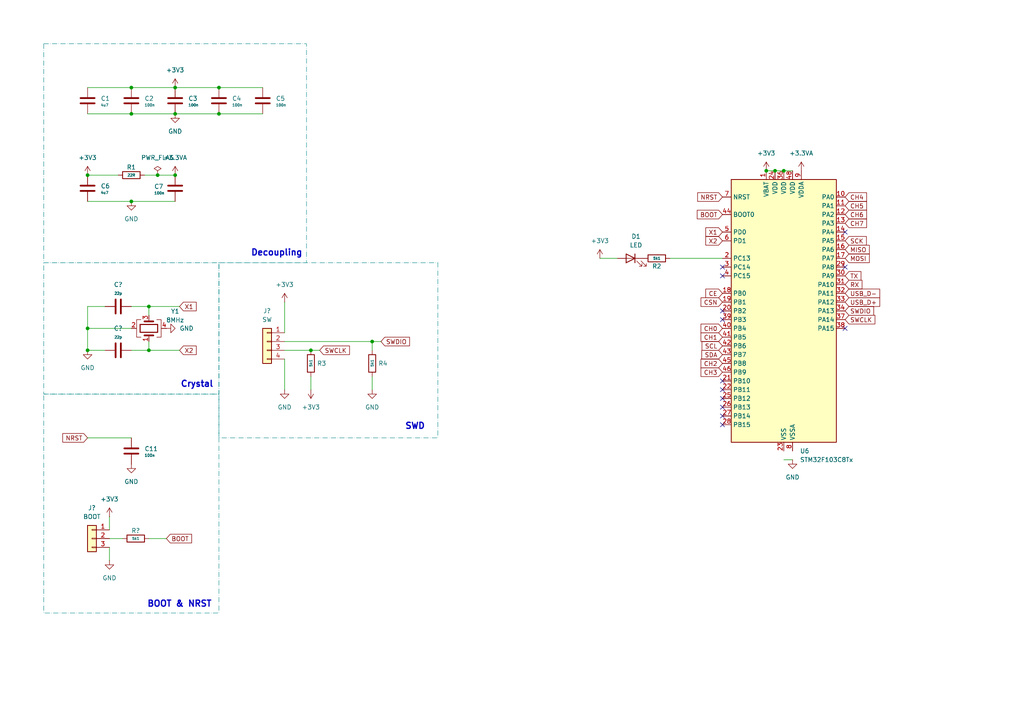
<source format=kicad_sch>
(kicad_sch (version 20250114) (generator "eeschema") (generator_version "9.0")
  (paper "A4")
  (lib_symbols
    (symbol "Connector_Generic:Conn_01x03" (pin_names (offset 1.016) (hide yes))
      (property "Reference" "J" (at 0 5.08 0))
      (property "Value" "Conn_01x03" (at 0 -5.08 0))
      (symbol "Conn_01x03_1_1"
        (rectangle (start -1.27 3.81) (end 1.27 -3.81) (stroke (width 0.254)) (fill (type background)))
        (rectangle (start -1.27 2.667) (end 0 2.413) (stroke (width 0.1524)))
        (rectangle (start -1.27 0.127) (end 0 -0.127) (stroke (width 0.1524)))
        (rectangle (start -1.27 -2.413) (end 0 -2.667) (stroke (width 0.1524)))
        (pin passive line (at -5.08 2.54 0) (length 3.81) (name "Pin_1") (number "1"))
        (pin passive line (at -5.08 0 0) (length 3.81) (name "Pin_2") (number "2"))
        (pin passive line (at -5.08 -2.54 0) (length 3.81) (name "Pin_3") (number "3"))
      )
    )
    (symbol "Connector_Generic:Conn_01x04" (pin_names (offset 1.016) (hide yes))
      (property "Reference" "J" (at 0 5.08 0))
      (property "Value" "Conn_01x04" (at 0 -7.62 0))
      (symbol "Conn_01x04_1_1"
        (rectangle (start -1.27 3.81) (end 1.27 -6.35) (stroke (width 0.254)) (fill (type background)))
        (rectangle (start -1.27 2.667) (end 0 2.413) (stroke (width 0.1524)))
        (rectangle (start -1.27 0.127) (end 0 -0.127) (stroke (width 0.1524)))
        (rectangle (start -1.27 -2.413) (end 0 -2.667) (stroke (width 0.1524)))
        (rectangle (start -1.27 -4.953) (end 0 -5.207) (stroke (width 0.1524)))
        (pin passive line (at -5.08 2.54 0) (length 3.81) (name "Pin_1") (number "1"))
        (pin passive line (at -5.08 0 0) (length 3.81) (name "Pin_2") (number "2"))
        (pin passive line (at -5.08 -2.54 0) (length 3.81) (name "Pin_3") (number "3"))
        (pin passive line (at -5.08 -5.08 0) (length 3.81) (name "Pin_4") (number "4"))
      )
    )
    (symbol "Device:C" (pin_numbers (hide yes)) (pin_names (offset 0.254))
      (property "Reference" "C" (at 0.635 2.54 0))
      (property "Value" "C" (at 0.635 -2.54 0))
      (symbol "C_0_1"
        (polyline (pts (xy -2.032 0.762) (xy 2.032 0.762)) (stroke (width 0.508)))
        (polyline (pts (xy -2.032 -0.762) (xy 2.032 -0.762)) (stroke (width 0.508)))
      )
      (symbol "C_1_1"
        (pin passive line (at 0 3.81 270) (length 2.794) (name "~") (number "1"))
        (pin passive line (at 0 -3.81 90) (length 2.794) (name "~") (number "2"))
      )
    )
    (symbol "Device:Crystal_GND24" (pin_names (offset 1.016) (hide yes))
      (property "Reference" "Y" (at 3.175 5.08 0))
      (property "Value" "Crystal_GND24" (at 3.175 3.175 0))
      (symbol "Crystal_GND24_0_1"
        (polyline (pts (xy -2.54 2.286) (xy -2.54 3.556) (xy 2.54 3.556) (xy 2.54 2.286)))
        (polyline (pts (xy -2.54 0) (xy -2.032 0)))
        (polyline (pts (xy -2.54 -2.286) (xy -2.54 -3.556) (xy 2.54 -3.556) (xy 2.54 -2.286)))
        (polyline (pts (xy -2.032 -1.27) (xy -2.032 1.27)) (stroke (width 0.508)))
        (rectangle (start -1.143 2.54) (end 1.143 -2.54) (stroke (width 0.3048)))
        (polyline (pts (xy 0 3.556) (xy 0 3.81)))
        (polyline (pts (xy 0 -3.81) (xy 0 -3.556)))
        (polyline (pts (xy 2.032 0) (xy 2.54 0)))
        (polyline (pts (xy 2.032 -1.27) (xy 2.032 1.27)) (stroke (width 0.508)))
      )
      (symbol "Crystal_GND24_1_1"
        (pin passive line (at -3.81 0 0) (length 1.27) (name "1") (number "1"))
        (pin passive line (at 0 5.08 270) (length 1.27) (name "2") (number "2"))
        (pin passive line (at 0 -5.08 90) (length 1.27) (name "4") (number "4"))
        (pin passive line (at 3.81 0 180) (length 1.27) (name "3") (number "3"))
      )
    )
    (symbol "Device:LED" (pin_numbers (hide yes)) (pin_names (offset 1.016) (hide yes))
      (property "Reference" "D" (at 0 2.54 0))
      (property "Value" "LED" (at 0 -2.54 0))
      (symbol "LED_0_1"
        (polyline (pts (xy -3.048 -0.762) (xy -4.572 -2.286) (xy -3.81 -2.286) (xy -4.572 -2.286) (xy -4.572 -1.524)))
        (polyline (pts (xy -1.778 -0.762) (xy -3.302 -2.286) (xy -2.54 -2.286) (xy -3.302 -2.286) (xy -3.302 -1.524)))
        (polyline (pts (xy -1.27 0) (xy 1.27 0)))
        (polyline (pts (xy -1.27 -1.27) (xy -1.27 1.27)) (stroke (width 0.254)))
        (polyline (pts (xy 1.27 -1.27) (xy 1.27 1.27) (xy -1.27 0) (xy 1.27 -1.27)) (stroke (width 0.254)))
      )
      (symbol "LED_1_1"
        (pin passive line (at -3.81 0 0) (length 2.54) (name "K") (number "1"))
        (pin passive line (at 3.81 0 180) (length 2.54) (name "A") (number "2"))
      )
    )
    (symbol "Device:R" (pin_numbers (hide yes)) (pin_names (offset 0))
      (property "Reference" "R" (at 2.032 0 90))
      (property "Value" "R" (at 0 0 90))
      (symbol "R_0_1"
        (rectangle (start -1.016 -2.54) (end 1.016 2.54) (stroke (width 0.254)))
      )
      (symbol "R_1_1"
        (pin passive line (at 0 3.81 270) (length 1.27) (name "~") (number "1"))
        (pin passive line (at 0 -3.81 90) (length 1.27) (name "~") (number "2"))
      )
    )
    (symbol "MCU_ST_STM32F1:STM32F103C8Tx"
      (property "Reference" "U" (at -15.24 39.37 0))
      (property "Value" "STM32F103C8Tx" (at 7.62 39.37 0))
      (symbol "STM32F103C8Tx_0_1"
        (rectangle (start -15.24 -38.1) (end 15.24 38.1) (stroke (width 0.254)) (fill (type background)))
      )
      (symbol "STM32F103C8Tx_1_1"
        (pin input line (at -17.78 33.02 0) (length 2.54) (name "NRST") (number "7"))
        (pin input line (at -17.78 27.94 0) (length 2.54) (name "BOOT0") (number "44"))
        (pin bidirectional line (at -17.78 22.86 0) (length 2.54) (name "PD0") (number "5"))
        (pin bidirectional line (at -17.78 20.32 0) (length 2.54) (name "PD1") (number "6"))
        (pin bidirectional line (at -17.78 15.24 0) (length 2.54) (name "PC13") (number "2"))
        (pin bidirectional line (at -17.78 12.7 0) (length 2.54) (name "PC14") (number "3"))
        (pin bidirectional line (at -17.78 10.16 0) (length 2.54) (name "PC15") (number "4"))
        (pin bidirectional line (at -17.78 5.08 0) (length 2.54) (name "PB0") (number "18"))
        (pin bidirectional line (at -17.78 2.54 0) (length 2.54) (name "PB1") (number "19"))
        (pin bidirectional line (at -17.78 0 0) (length 2.54) (name "PB2") (number "20"))
        (pin bidirectional line (at -17.78 -2.54 0) (length 2.54) (name "PB3") (number "39"))
        (pin bidirectional line (at -17.78 -5.08 0) (length 2.54) (name "PB4") (number "40"))
        (pin bidirectional line (at -17.78 -7.62 0) (length 2.54) (name "PB5") (number "41"))
        (pin bidirectional line (at -17.78 -10.16 0) (length 2.54) (name "PB6") (number "42"))
        (pin bidirectional line (at -17.78 -12.7 0) (length 2.54) (name "PB7") (number "43"))
        (pin bidirectional line (at -17.78 -15.24 0) (length 2.54) (name "PB8") (number "45"))
        (pin bidirectional line (at -17.78 -17.78 0) (length 2.54) (name "PB9") (number "46"))
        (pin bidirectional line (at -17.78 -20.32 0) (length 2.54) (name "PB10") (number "21"))
        (pin bidirectional line (at -17.78 -22.86 0) (length 2.54) (name "PB11") (number "22"))
        (pin bidirectional line (at -17.78 -25.4 0) (length 2.54) (name "PB12") (number "25"))
        (pin bidirectional line (at -17.78 -27.94 0) (length 2.54) (name "PB13") (number "26"))
        (pin bidirectional line (at -17.78 -30.48 0) (length 2.54) (name "PB14") (number "27"))
        (pin bidirectional line (at -17.78 -33.02 0) (length 2.54) (name "PB15") (number "28"))
        (pin power_in line (at -5.08 40.64 270) (length 2.54) (name "VBAT") (number "1"))
        (pin power_in line (at -2.54 40.64 270) (length 2.54) (name "VDD") (number "24"))
        (pin power_in line (at 0 40.64 270) (length 2.54) (name "VDD") (number "36"))
        (pin power_in line (at 0 -40.64 90) (length 2.54) (name "VSS") (number "23"))
        (pin passive line (at 0 -40.64 90) (length 2.54) (hide yes) (name "VSS") (number "35"))
        (pin passive line (at 0 -40.64 90) (length 2.54) (hide yes) (name "VSS") (number "47"))
        (pin power_in line (at 2.54 40.64 270) (length 2.54) (name "VDD") (number "48"))
        (pin power_in line (at 2.54 -40.64 90) (length 2.54) (name "VSSA") (number "8"))
        (pin power_in line (at 5.08 40.64 270) (length 2.54) (name "VDDA") (number "9"))
        (pin bidirectional line (at 17.78 33.02 180) (length 2.54) (name "PA0") (number "10"))
        (pin bidirectional line (at 17.78 30.48 180) (length 2.54) (name "PA1") (number "11"))
        (pin bidirectional line (at 17.78 27.94 180) (length 2.54) (name "PA2") (number "12"))
        (pin bidirectional line (at 17.78 25.4 180) (length 2.54) (name "PA3") (number "13"))
        (pin bidirectional line (at 17.78 22.86 180) (length 2.54) (name "PA4") (number "14"))
        (pin bidirectional line (at 17.78 20.32 180) (length 2.54) (name "PA5") (number "15"))
        (pin bidirectional line (at 17.78 17.78 180) (length 2.54) (name "PA6") (number "16"))
        (pin bidirectional line (at 17.78 15.24 180) (length 2.54) (name "PA7") (number "17"))
        (pin bidirectional line (at 17.78 12.7 180) (length 2.54) (name "PA8") (number "29"))
        (pin bidirectional line (at 17.78 10.16 180) (length 2.54) (name "PA9") (number "30"))
        (pin bidirectional line (at 17.78 7.62 180) (length 2.54) (name "PA10") (number "31"))
        (pin bidirectional line (at 17.78 5.08 180) (length 2.54) (name "PA11") (number "32"))
        (pin bidirectional line (at 17.78 2.54 180) (length 2.54) (name "PA12") (number "33"))
        (pin bidirectional line (at 17.78 0 180) (length 2.54) (name "PA13") (number "34"))
        (pin bidirectional line (at 17.78 -2.54 180) (length 2.54) (name "PA14") (number "37"))
        (pin bidirectional line (at 17.78 -5.08 180) (length 2.54) (name "PA15") (number "38"))
      )
    )
    (symbol "power:+3.3VA" (power) (pin_numbers (hide yes)) (pin_names (offset 0) (hide yes))
      (property "Value" "+3.3VA" (at 0 3.556 0))
      (symbol "+3.3VA_0_1"
        (polyline (pts (xy -0.762 1.27) (xy 0 2.54)))
        (polyline (pts (xy 0 2.54) (xy 0.762 1.27)))
        (polyline (pts (xy 0 0) (xy 0 2.54)))
      )
      (symbol "+3.3VA_1_1"
        (pin power_in line (at 0 0 90) (length 0) (name "~") (number "1"))
      )
    )
    (symbol "power:+3V3" (power) (pin_numbers (hide yes)) (pin_names (offset 0) (hide yes))
      (property "Value" "+3V3" (at 0 3.556 0))
      (symbol "+3V3_0_1"
        (polyline (pts (xy -0.762 1.27) (xy 0 2.54)))
        (polyline (pts (xy 0 2.54) (xy 0.762 1.27)))
        (polyline (pts (xy 0 0) (xy 0 2.54)))
      )
      (symbol "+3V3_1_1"
        (pin power_in line (at 0 0 90) (length 0) (name "~") (number "1"))
      )
    )
    (symbol "power:GND" (power) (pin_numbers (hide yes)) (pin_names (offset 0) (hide yes))
      (property "Value" "GND" (at 0 -3.81 0))
      (symbol "GND_0_1"
        (polyline (pts (xy 0 0) (xy 0 -1.27) (xy 1.27 -1.27) (xy 0 -2.54) (xy -1.27 -1.27) (xy 0 -1.27)))
      )
      (symbol "GND_1_1"
        (pin power_in line (at 0 0 270) (length 0) (name "~") (number "1"))
      )
    )
    (symbol "power:PWR_FLAG" (power) (pin_numbers (hide yes)) (pin_names (offset 0) (hide yes))
      (property "Value" "PWR_FLAG" (at 0 3.81 0))
      (symbol "PWR_FLAG_0_0"
        (pin power_out line (at 0 0 90) (length 0) (name "~") (number "1"))
      )
      (symbol "PWR_FLAG_0_1"
        (polyline (pts (xy 0 0) (xy 0 1.27) (xy -1.016 1.905) (xy 0 2.54) (xy 1.016 1.905) (xy 0 1.27)))
      )
    )
  )
  (rectangle (start 12.7 76.2) (end 63.5 114.3) (stroke (width 0.127) (type dash_dot) (color 0 132 132 1)))
  (rectangle (start 12.7 12.7) (end 88.9 76.2) (stroke (width 0.127) (type dash_dot) (color 0 132 132 1)))
  (rectangle (start 12.7 114.3) (end 63.5 177.8) (stroke (width 0.127) (type dash_dot) (color 0 132 132 1)))
  (rectangle (start 63.5 76.2) (end 127 127) (stroke (width 0.127) (type dash_dot) (color 0 132 132 1)))
  (text "Decoupling" (at 80.264 73.406 0) (effects (font (size 1.778 1.778) (thickness 0.3556) (bold yes))))
  (text "BOOT & NRST\n" (at 52.07 175.26 0) (effects (font (size 1.778 1.778) (thickness 0.3556) (bold yes))))
  (text "Crystal\n" (at 57.15 111.506 0) (effects (font (size 1.778 1.778) (thickness 0.3556) (bold yes))))
  (text "SWD\n" (at 120.396 123.698 0) (effects (font (size 1.778 1.778) (thickness 0.3556) (bold yes))))
  (junction (at 224.79 49.53))
  (junction (at 38.1 25.4))
  (junction (at 227.33 49.53))
  (junction (at 25.4 50.8))
  (junction (at 222.25 49.53))
  (junction (at 63.5 25.4))
  (junction (at 43.18 88.9))
  (junction (at 50.8 25.4))
  (junction (at 107.95 99.06))
  (junction (at 38.1 33.02))
  (junction (at 50.8 50.8))
  (junction (at 38.1 58.42))
  (junction (at 63.5 33.02))
  (junction (at 90.17 101.6))
  (junction (at 50.8 33.02))
  (junction (at 25.4 95.25))
  (junction (at 45.72 50.8))
  (junction (at 43.18 101.6))
  (junction (at 25.4 101.6))
  (no_connect (at 209.55 77.47))
  (no_connect (at 209.55 80.01))
  (no_connect (at 209.55 110.49))
  (no_connect (at 245.11 95.25))
  (no_connect (at 209.55 92.71))
  (no_connect (at 209.55 90.17))
  (no_connect (at 209.55 118.11))
  (no_connect (at 209.55 123.19))
  (no_connect (at 245.11 67.31))
  (no_connect (at 245.11 77.47))
  (no_connect (at 209.55 113.03))
  (no_connect (at 209.55 120.65))
  (no_connect (at 209.55 115.57))
  (wire (pts (xy 194.31 74.93) (xy 209.55 74.93)))
  (wire (pts (xy 25.4 101.6) (xy 30.48 101.6)))
  (wire (pts (xy 90.17 109.22) (xy 90.17 113.03)))
  (wire (pts (xy 227.33 49.53) (xy 229.87 49.53)))
  (wire (pts (xy 222.25 49.53) (xy 224.79 49.53)))
  (wire (pts (xy 31.75 158.75) (xy 31.75 162.56)))
  (wire (pts (xy 25.4 50.8) (xy 34.29 50.8)))
  (wire (pts (xy 25.4 127) (xy 38.1 127)))
  (wire (pts (xy 25.4 25.4) (xy 38.1 25.4)))
  (wire (pts (xy 43.18 88.9) (xy 52.07 88.9)))
  (wire (pts (xy 82.55 87.63) (xy 82.55 96.52)))
  (wire (pts (xy 38.1 58.42) (xy 50.8 58.42)))
  (wire (pts (xy 82.55 104.14) (xy 82.55 113.03)))
  (wire (pts (xy 38.1 33.02) (xy 50.8 33.02)))
  (wire (pts (xy 38.1 101.6) (xy 43.18 101.6)))
  (wire (pts (xy 43.18 99.06) (xy 43.18 101.6)))
  (wire (pts (xy 25.4 95.25) (xy 25.4 101.6)))
  (wire (pts (xy 25.4 33.02) (xy 38.1 33.02)))
  (wire (pts (xy 63.5 33.02) (xy 76.2 33.02)))
  (wire (pts (xy 107.95 99.06) (xy 107.95 101.6)))
  (wire (pts (xy 45.72 50.8) (xy 50.8 50.8)))
  (wire (pts (xy 25.4 88.9) (xy 25.4 95.25)))
  (wire (pts (xy 227.33 133.35) (xy 229.87 133.35)))
  (wire (pts (xy 50.8 25.4) (xy 63.5 25.4)))
  (wire (pts (xy 90.17 101.6) (xy 92.71 101.6)))
  (wire (pts (xy 25.4 58.42) (xy 38.1 58.42)))
  (wire (pts (xy 43.18 88.9) (xy 38.1 88.9)))
  (wire (pts (xy 224.79 49.53) (xy 227.33 49.53)))
  (wire (pts (xy 82.55 101.6) (xy 90.17 101.6)))
  (wire (pts (xy 63.5 25.4) (xy 76.2 25.4)))
  (wire (pts (xy 82.55 99.06) (xy 107.95 99.06)))
  (wire (pts (xy 43.18 91.44) (xy 43.18 88.9)))
  (wire (pts (xy 107.95 109.22) (xy 107.95 113.03)))
  (wire (pts (xy 31.75 149.86) (xy 31.75 153.67)))
  (wire (pts (xy 173.99 74.93) (xy 179.07 74.93)))
  (wire (pts (xy 50.8 33.02) (xy 63.5 33.02)))
  (wire (pts (xy 25.4 88.9) (xy 30.48 88.9)))
  (wire (pts (xy 43.18 101.6) (xy 52.07 101.6)))
  (wire (pts (xy 38.1 25.4) (xy 50.8 25.4)))
  (wire (pts (xy 110.49 99.06) (xy 107.95 99.06)))
  (wire (pts (xy 41.91 50.8) (xy 45.72 50.8)))
  (wire (pts (xy 25.4 95.25) (xy 38.1 95.25)))
  (wire (pts (xy 48.26 156.21) (xy 43.18 156.21)))
  (wire (pts (xy 35.56 156.21) (xy 31.75 156.21)))
  (global_label "CH1" (shape input) (at 209.55 97.79 180) (effects (font (thickness 0.1588))) (property "Intersheetrefs" "${INTERSHEET_REFS}" (effects (hide yes))))
  (global_label "CH2" (shape input) (at 209.55 105.41 180) (effects (font (thickness 0.1588))) (property "Intersheetrefs" "${INTERSHEET_REFS}" (effects (hide yes))))
  (global_label "SWDIO" (shape input) (at 110.49 99.06 0) (effects (font (thickness 0.1588))) (property "Intersheetrefs" "${INTERSHEET_REFS}" (effects (hide yes))))
  (global_label "CH5" (shape input) (at 245.11 59.69 0) (effects (font (thickness 0.1588))) (property "Intersheetrefs" "${INTERSHEET_REFS}" (effects (hide yes))))
  (global_label "X1" (shape input) (at 209.55 67.31 180) (effects (font (thickness 0.1588))) (property "Intersheetrefs" "${INTERSHEET_REFS}" (effects (hide yes))))
  (global_label "USB_D-" (shape input) (at 245.11 85.09 0) (effects (font (thickness 0.1588))) (property "Intersheetrefs" "${INTERSHEET_REFS}" (effects (hide yes))))
  (global_label "BOOT" (shape input) (at 48.26 156.21 0) (effects (font (thickness 0.1588))) (property "Intersheetrefs" "${INTERSHEET_REFS}" (effects (hide yes))))
  (global_label "USB_D+" (shape input) (at 245.11 87.63 0) (effects (font (thickness 0.1588))) (property "Intersheetrefs" "${INTERSHEET_REFS}" (effects (hide yes))))
  (global_label "SWDIO" (shape input) (at 245.11 90.17 0) (effects (font (thickness 0.1588))) (property "Intersheetrefs" "${INTERSHEET_REFS}" (effects (hide yes))))
  (global_label "CSN" (shape input) (at 209.55 87.63 180) (effects (font (thickness 0.1588))) (property "Intersheetrefs" "${INTERSHEET_REFS}" (effects (hide yes))))
  (global_label "X2" (shape input) (at 209.55 69.85 180) (effects (font (thickness 0.1588))) (property "Intersheetrefs" "${INTERSHEET_REFS}" (effects (hide yes))))
  (global_label "MOSI" (shape input) (at 245.11 74.93 0) (effects (font (thickness 0.1588))) (property "Intersheetrefs" "${INTERSHEET_REFS}" (effects (hide yes))))
  (global_label "X2" (shape input) (at 52.07 101.6 0) (effects (font (thickness 0.1588))) (property "Intersheetrefs" "${INTERSHEET_REFS}" (effects (hide yes))))
  (global_label "CH6" (shape input) (at 245.11 62.23 0) (effects (font (thickness 0.1588))) (property "Intersheetrefs" "${INTERSHEET_REFS}" (effects (hide yes))))
  (global_label "CE" (shape input) (at 209.55 85.09 180) (effects (font (thickness 0.1588))) (property "Intersheetrefs" "${INTERSHEET_REFS}" (effects (hide yes))))
  (global_label "BOOT" (shape input) (at 209.55 62.23 180) (effects (font (thickness 0.1588))) (property "Intersheetrefs" "${INTERSHEET_REFS}" (effects (hide yes))))
  (global_label "NRST" (shape input) (at 25.4 127 180) (effects (font (thickness 0.1588))) (property "Intersheetrefs" "${INTERSHEET_REFS}" (effects (hide yes))))
  (global_label "SWCLK" (shape input) (at 245.11 92.71 0) (effects (font (thickness 0.1588))) (property "Intersheetrefs" "${INTERSHEET_REFS}" (effects (hide yes))))
  (global_label "TX" (shape input) (at 245.11 80.01 0) (effects (font (thickness 0.1588))) (property "Intersheetrefs" "${INTERSHEET_REFS}" (effects (hide yes))))
  (global_label "SCL" (shape input) (at 209.55 100.33 180) (effects (font (thickness 0.1588))) (property "Intersheetrefs" "${INTERSHEET_REFS}" (effects (hide yes))))
  (global_label "SDA" (shape input) (at 209.55 102.87 180) (effects (font (thickness 0.1588))) (property "Intersheetrefs" "${INTERSHEET_REFS}" (effects (hide yes))))
  (global_label "MISO" (shape input) (at 245.11 72.39 0) (effects (font (thickness 0.1588))) (property "Intersheetrefs" "${INTERSHEET_REFS}" (effects (hide yes))))
  (global_label "CH7" (shape input) (at 245.11 64.77 0) (effects (font (thickness 0.1588))) (property "Intersheetrefs" "${INTERSHEET_REFS}" (effects (hide yes))))
  (global_label "CH3" (shape input) (at 209.55 107.95 180) (effects (font (thickness 0.1588))) (property "Intersheetrefs" "${INTERSHEET_REFS}" (effects (hide yes))))
  (global_label "SWCLK" (shape input) (at 92.71 101.6 0) (effects (font (thickness 0.1588))) (property "Intersheetrefs" "${INTERSHEET_REFS}" (effects (hide yes))))
  (global_label "CH4" (shape input) (at 245.11 57.15 0) (effects (font (thickness 0.1588))) (property "Intersheetrefs" "${INTERSHEET_REFS}" (effects (hide yes))))
  (global_label "CH0" (shape input) (at 209.55 95.25 180) (effects (font (thickness 0.1588))) (property "Intersheetrefs" "${INTERSHEET_REFS}" (effects (hide yes))))
  (global_label "SCK" (shape input) (at 245.11 69.85 0) (effects (font (thickness 0.1588))) (property "Intersheetrefs" "${INTERSHEET_REFS}" (effects (hide yes))))
  (global_label "X1" (shape input) (at 52.07 88.9 0) (effects (font (thickness 0.1588))) (property "Intersheetrefs" "${INTERSHEET_REFS}" (effects (hide yes))))
  (global_label "NRST" (shape input) (at 209.55 57.15 180) (effects (font (thickness 0.1588))) (property "Intersheetrefs" "${INTERSHEET_REFS}" (effects (hide yes))))
  (global_label "RX" (shape input) (at 245.11 82.55 0) (effects (font (thickness 0.1588))) (property "Intersheetrefs" "${INTERSHEET_REFS}" (effects (hide yes))))
  (symbol (lib_id "power:+3V3") (at 90.17 113.03 180) (unit 1)
    (property "Reference" "#PWR012" (effects (hide yes)))
    (property "Value" "+3V3" (at 90.17 118.11 0))
    (property "Description" "Power symbol creates a global label with name \"+3V3\"" (effects (hide yes)))
    (instances (project "Controller Pad" (path "" (reference "#PWR?") (unit 1))) (project "" (path "" (reference "#PWR012") (unit 1))))
  )
  (symbol (lib_id "Device:C") (at 63.5 29.21 0) (unit 1)
    (property "Reference" "C4" (at 67.31 28.5749 0) (effects (justify left)))
    (property "Value" "100n" (at 67.31 30.48 0) (effects (font (size 0.762 0.762)) (justify left)))
    (property "Footprint" "Capacitor_SMD:C_0603_1608Metric" (effects (hide yes)))
    (property "Description" "Unpolarized capacitor" (effects (hide yes)))
  )
  (symbol (lib_id "Device:C") (at 34.29 88.9 90) (unit 1)
    (property "Reference" "C8" (at 34.29 82.55 90))
    (property "Value" "22p" (at 34.29 85.09 90) (effects (font (size 0.762 0.762))))
    (property "Footprint" "Capacitor_SMD:C_0603_1608Metric" (effects (hide yes)))
    (property "Description" "Unpolarized capacitor" (effects (hide yes)))
    (instances (project "StrinX_Controller" (path "" (reference "C?") (unit 1))) (project "" (path "" (reference "C8") (unit 1))))
  )
  (symbol (lib_id "Device:C") (at 50.8 54.61 0) (unit 1)
    (property "Reference" "C7" (at 44.704 54.102 0) (effects (justify left)))
    (property "Value" "100n" (at 44.704 56.0071 0) (effects (font (size 0.762 0.762)) (justify left)))
    (property "Footprint" "Capacitor_SMD:C_0603_1608Metric" (effects (hide yes)))
    (property "Description" "Unpolarized capacitor" (effects (hide yes)))
  )
  (symbol (lib_id "power:GND") (at 38.1 134.62 0) (unit 1)
    (property "Reference" "#PWR016" (effects (hide yes)))
    (property "Value" "GND" (at 38.1 139.7 0))
    (property "Description" "Power symbol creates a global label with name \"GND\" , ground" (effects (hide yes)))
  )
  (symbol (lib_id "Device:C") (at 50.8 29.21 0) (unit 1)
    (property "Reference" "C3" (at 54.61 28.5749 0) (effects (justify left)))
    (property "Value" "100n" (at 54.61 30.48 0) (effects (font (size 0.762 0.762)) (justify left)))
    (property "Footprint" "Capacitor_SMD:C_0603_1608Metric" (effects (hide yes)))
    (property "Description" "Unpolarized capacitor" (effects (hide yes)))
  )
  (symbol (lib_id "power:GND") (at 50.8 33.02 0) (unit 1)
    (property "Reference" "#PWR02" (effects (hide yes)))
    (property "Value" "GND" (at 50.8 38.1 0))
    (property "Description" "Power symbol creates a global label with name \"GND\" , ground" (effects (hide yes)))
  )
  (symbol (lib_id "Device:C") (at 38.1 29.21 0) (unit 1)
    (property "Reference" "C2" (at 41.91 28.5749 0) (effects (justify left)))
    (property "Value" "100n" (at 41.91 30.48 0) (effects (font (size 0.762 0.762)) (justify left)))
    (property "Footprint" "Capacitor_SMD:C_0603_1608Metric" (effects (hide yes)))
    (property "Description" "Unpolarized capacitor" (effects (hide yes)))
  )
  (symbol (lib_id "power:+3.3VA") (at 232.41 49.53 0) (unit 1)
    (property "Reference" "#PWR04" (effects (hide yes)))
    (property "Value" "+3.3VA" (at 232.41 44.45 0))
    (property "Description" "Power symbol creates a global label with name \"+3.3VA\"" (effects (hide yes)))
  )
  (symbol (lib_id "Connector_Generic:Conn_01x04") (at 77.47 99.06 0) (mirror y) (unit 1)
    (property "Reference" "J1" (at 77.47 90.17 0))
    (property "Value" "SW" (at 77.47 92.71 0))
    (property "Footprint" "Connector_PinHeader_2.54mm:PinHeader_1x04_P2.54mm_Vertical" (effects (hide yes)))
    (property "Description" "Generic connector, single row, 01x04, script generated (kicad-library-utils/schlib/autogen/connector/)" (effects (hide yes)))
    (instances (project "" (path "" (reference "J?") (unit 1))) (project "" (path "" (reference "J1") (unit 1))))
  )
  (symbol (lib_id "power:+3V3") (at 25.4 50.8 0) (unit 1)
    (property "Reference" "#PWR05" (effects (hide yes)))
    (property "Value" "+3V3" (at 25.4 45.72 0))
    (property "Description" "Power symbol creates a global label with name \"+3V3\"" (effects (hide yes)))
  )
  (symbol (lib_id "Device:LED") (at 182.88 74.93 0) (mirror y) (unit 1)
    (property "Reference" "D1" (at 184.4675 68.58 0))
    (property "Value" "LED" (at 184.4675 71.12 0))
    (property "Footprint" "LED_SMD:LED_1206_3216Metric" (effects (hide yes)))
    (property "Description" "Light emitting diode" (effects (hide yes)))
    (property "Sim.Pins" "1=K 2=A" (effects (hide yes)))
  )
  (symbol (lib_id "power:+3V3") (at 31.75 149.86 0) (mirror y) (unit 1)
    (property "Reference" "#PWR017" (effects (hide yes)))
    (property "Value" "+3V3" (at 31.75 144.78 0))
    (property "Description" "Power symbol creates a global label with name \"+3V3\"" (effects (hide yes)))
    (instances (project "" (path "" (reference "#PWR?") (unit 1))) (project "" (path "" (reference "#PWR017") (unit 1))))
  )
  (symbol (lib_id "Device:C") (at 25.4 54.61 0) (unit 1)
    (property "Reference" "C6" (at 29.21 53.9749 0) (effects (justify left)))
    (property "Value" "4u7" (at 29.21 55.88 0) (effects (font (size 0.762 0.762)) (justify left)))
    (property "Footprint" "Capacitor_SMD:C_0603_1608Metric" (effects (hide yes)))
    (property "Description" "Unpolarized capacitor" (effects (hide yes)))
  )
  (symbol (lib_id "power:+3V3") (at 173.99 74.93 0) (unit 1)
    (property "Reference" "#PWR08" (effects (hide yes)))
    (property "Value" "+3V3" (at 173.99 69.85 0))
    (property "Description" "Power symbol creates a global label with name \"+3V3\"" (effects (hide yes)))
  )
  (symbol (lib_id "Device:Crystal_GND24") (at 43.18 95.25 90) (unit 1)
    (property "Reference" "Y1" (at 50.8 90.2968 90))
    (property "Value" "8MHz" (at 50.8 92.8368 90))
    (property "Footprint" "Crystal:Crystal_SMD_5032-4Pin_5.0x3.2mm" (effects (hide yes)))
    (property "Description" "Four pin crystal, GND on pins 2 and 4" (effects (hide yes)))
  )
  (symbol (lib_id "power:GND") (at 38.1 58.42 0) (unit 1)
    (property "Reference" "#PWR07" (effects (hide yes)))
    (property "Value" "GND" (at 38.1 63.5 0))
    (property "Description" "Power symbol creates a global label with name \"GND\" , ground" (effects (hide yes)))
  )
  (symbol (lib_id "power:PWR_FLAG") (at 45.72 50.8 0) (unit 1)
    (property "Reference" "#FLG04" (effects (hide yes)))
    (property "Value" "PWR_FLAG" (at 45.72 45.72 0))
    (property "Description" "Special symbol for telling ERC where power comes from" (effects (hide yes)))
  )
  (symbol (lib_id "Device:C") (at 25.4 29.21 0) (unit 1)
    (property "Reference" "C1" (at 29.21 28.5749 0) (effects (justify left)))
    (property "Value" "4u7" (at 29.21 30.48 0) (effects (font (size 0.762 0.762)) (justify left)))
    (property "Footprint" "Capacitor_SMD:C_0603_1608Metric" (effects (hide yes)))
    (property "Description" "Unpolarized capacitor" (effects (hide yes)))
  )
  (symbol (lib_id "power:GND") (at 25.4 101.6 0) (unit 1)
    (property "Reference" "#PWR010" (effects (hide yes)))
    (property "Value" "GND" (at 25.4 106.68 0))
    (property "Description" "Power symbol creates a global label with name \"GND\" , ground" (effects (hide yes)))
    (instances (project "" (path "" (reference "#PWR?") (unit 1))) (project "" (path "" (reference "#PWR010") (unit 1))))
  )
  (symbol (lib_id "Device:C") (at 34.29 101.6 90) (unit 1)
    (property "Reference" "C9" (at 34.29 95.25 90))
    (property "Value" "22p" (at 34.29 97.79 90) (effects (font (size 0.762 0.762))))
    (property "Footprint" "Capacitor_SMD:C_0603_1608Metric" (effects (hide yes)))
    (property "Description" "Unpolarized capacitor" (effects (hide yes)))
    (instances (project "StrinX_Controller" (path "" (reference "C?") (unit 1))) (project "" (path "" (reference "C9") (unit 1))))
  )
  (symbol (lib_id "power:+3.3VA") (at 50.8 50.8 0) (unit 1)
    (property "Reference" "#PWR06" (effects (hide yes)))
    (property "Value" "+3.3VA" (at 50.8 45.72 0))
    (property "Description" "Power symbol creates a global label with name \"+3.3VA\"" (effects (hide yes)))
  )
  (symbol (lib_id "power:+3V3") (at 222.25 49.53 0) (unit 1)
    (property "Reference" "#PWR03" (effects (hide yes)))
    (property "Value" "+3V3" (at 222.25 44.45 0))
    (property "Description" "Power symbol creates a global label with name \"+3V3\"" (effects (hide yes)))
  )
  (symbol (lib_id "Device:C") (at 76.2 29.21 0) (unit 1)
    (property "Reference" "C5" (at 80.01 28.5749 0) (effects (justify left)))
    (property "Value" "100n" (at 80.01 30.48 0) (effects (font (size 0.762 0.762)) (justify left)))
    (property "Footprint" "Capacitor_SMD:C_0603_1608Metric" (effects (hide yes)))
    (property "Description" "Unpolarized capacitor" (effects (hide yes)))
  )
  (symbol (lib_id "Device:R") (at 39.37 156.21 270) (mirror x) (unit 1)
    (property "Reference" "R5" (at 39.37 153.924 90))
    (property "Value" "5k1" (at 39.37 156.21 90) (effects (font (size 0.762 0.762))))
    (property "Footprint" "Resistor_SMD:R_0603_1608Metric" (effects (hide yes)))
    (property "Description" "Resistor" (effects (hide yes)))
    (instances (project "" (path "" (reference "R?") (unit 1))) (project "" (path "" (reference "R5") (unit 1))))
  )
  (symbol (lib_id "Device:C") (at 38.1 130.81 0) (unit 1)
    (property "Reference" "C11" (at 41.91 130.1749 0) (effects (justify left)))
    (property "Value" "100n" (at 41.91 132.08 0) (effects (font (size 0.762 0.762)) (justify left)))
    (property "Footprint" "Capacitor_SMD:C_0603_1608Metric" (effects (hide yes)))
    (property "Description" "Unpolarized capacitor" (effects (hide yes)))
  )
  (symbol (lib_id "power:+3V3") (at 50.8 25.4 0) (unit 1)
    (property "Reference" "#PWR01" (effects (hide yes)))
    (property "Value" "+3V3" (at 50.8 20.32 0))
    (property "Description" "Power symbol creates a global label with name \"+3V3\"" (effects (hide yes)))
  )
  (symbol (lib_id "Device:R") (at 38.1 50.8 90) (unit 1)
    (property "Reference" "R1" (at 38.1 48.514 90))
    (property "Value" "22R" (at 38.1 50.8 90) (effects (font (size 0.762 0.762))))
    (property "Footprint" "Resistor_SMD:R_0603_1608Metric" (effects (hide yes)))
    (property "Description" "Resistor" (effects (hide yes)))
  )
  (symbol (lib_id "Connector_Generic:Conn_01x03") (at 26.67 156.21 0) (mirror y) (unit 1)
    (property "Reference" "J2" (at 26.67 147.32 0))
    (property "Value" "BOOT" (at 26.67 149.86 0))
    (property "Footprint" "Connector_PinHeader_2.54mm:PinHeader_1x03_P2.54mm_Vertical" (effects (hide yes)))
    (property "Description" "Generic connector, single row, 01x03, script generated (kicad-library-utils/schlib/autogen/connector/)" (effects (hide yes)))
    (instances (project "" (path "" (reference "J?") (unit 1))) (project "" (path "" (reference "J2") (unit 1))))
  )
  (symbol (lib_id "Device:R") (at 107.95 105.41 0) (unit 1)
    (property "Reference" "R4" (at 109.728 105.41 0) (effects (justify left)))
    (property "Value" "5k1" (at 107.95 106.426 90) (effects (font (size 0.762 0.762)) (justify left)))
    (property "Footprint" "Resistor_SMD:R_0603_1608Metric" (effects (hide yes)))
    (property "Description" "Resistor" (effects (hide yes)))
  )
  (symbol (lib_id "Device:R") (at 190.5 74.93 90) (unit 1)
    (property "Reference" "R2" (at 190.5 77.216 90))
    (property "Value" "5k1" (at 190.5 74.93 90) (effects (font (size 0.762 0.762))))
    (property "Footprint" "Resistor_SMD:R_0603_1608Metric" (effects (hide yes)))
    (property "Description" "Resistor" (effects (hide yes)))
  )
  (symbol (lib_id "power:+3V3") (at 82.55 87.63 0) (mirror y) (unit 1)
    (property "Reference" "#PWR09" (effects (hide yes)))
    (property "Value" "+3V3" (at 82.55 82.55 0))
    (property "Description" "Power symbol creates a global label with name \"+3V3\"" (effects (hide yes)))
    (instances (project "Controller Pad" (path "" (reference "#PWR?") (unit 1))) (project "" (path "" (reference "#PWR09") (unit 1))))
  )
  (symbol (lib_id "MCU_ST_STM32F1:STM32F103C8Tx") (at 227.33 90.17 0) (unit 1)
    (property "Reference" "U6" (at 232.0133 130.81 0) (effects (justify left)))
    (property "Value" "STM32F103C8Tx" (at 232.0133 133.35 0) (effects (justify left)))
    (property "Footprint" "Package_QFP:LQFP-48_7x7mm_P0.5mm" (effects (hide yes)))
    (property "Datasheet" "https://www.st.com/resource/en/datasheet/stm32f103c8.pdf" (effects (hide yes)))
    (property "Description" "STMicroelectronics Arm Cortex-M3 MCU, 64KB flash, 20KB RAM, 72 MHz, 2.0-3.6V, 37 GPIO, LQFP48" (effects (hide yes)))
  )
  (symbol (lib_id "power:GND") (at 48.26 95.25 90) (unit 1)
    (property "Reference" "#PWR046" (effects (hide yes)))
    (property "Value" "GND" (at 52.07 95.2499 90) (effects (justify right)))
    (property "Description" "Power symbol creates a global label with name \"GND\" , ground" (effects (hide yes)))
  )
  (symbol (lib_id "power:GND") (at 107.95 113.03 0) (mirror y) (unit 1)
    (property "Reference" "#PWR013" (effects (hide yes)))
    (property "Value" "GND" (at 107.95 118.11 0))
    (property "Description" "Power symbol creates a global label with name \"GND\" , ground" (effects (hide yes)))
    (instances (project "Controller Pad" (path "" (reference "#PWR?") (unit 1))) (project "" (path "" (reference "#PWR013") (unit 1))))
  )
  (symbol (lib_id "power:GND") (at 31.75 162.56 0) (mirror y) (unit 1)
    (property "Reference" "#PWR018" (effects (hide yes)))
    (property "Value" "GND" (at 31.75 167.64 0))
    (property "Description" "Power symbol creates a global label with name \"GND\" , ground" (effects (hide yes)))
    (instances (project "" (path "" (reference "#PWR?") (unit 1))) (project "" (path "" (reference "#PWR018") (unit 1))))
  )
  (symbol (lib_id "Device:R") (at 90.17 105.41 0) (unit 1)
    (property "Reference" "R3" (at 91.948 105.41 0) (effects (justify left)))
    (property "Value" "5k1" (at 90.17 106.426 90) (effects (font (size 0.762 0.762)) (justify left)))
    (property "Footprint" "Resistor_SMD:R_0603_1608Metric" (effects (hide yes)))
    (property "Description" "Resistor" (effects (hide yes)))
  )
  (symbol (lib_id "power:GND") (at 82.55 113.03 0) (mirror y) (unit 1)
    (property "Reference" "#PWR011" (effects (hide yes)))
    (property "Value" "GND" (at 82.55 118.11 0))
    (property "Description" "Power symbol creates a global label with name \"GND\" , ground" (effects (hide yes)))
    (instances (project "Controller Pad" (path "" (reference "#PWR?") (unit 1))) (project "" (path "" (reference "#PWR011") (unit 1))))
  )
  (symbol (lib_id "power:GND") (at 229.87 133.35 0) (unit 1)
    (property "Reference" "#PWR015" (effects (hide yes)))
    (property "Value" "GND" (at 229.87 138.43 0))
    (property "Description" "Power symbol creates a global label with name \"GND\" , ground" (effects (hide yes)))
  )
)
</source>
